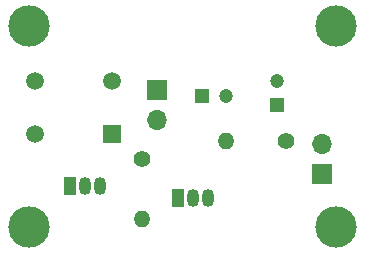
<source format=gbr>
%TF.GenerationSoftware,KiCad,Pcbnew,(5.1.12)-1*%
%TF.CreationDate,2023-08-26T19:38:22+05:30*%
%TF.ProjectId,BURGLAR  ALARAM,42555247-4c41-4522-9020-414c4152414d,rev?*%
%TF.SameCoordinates,Original*%
%TF.FileFunction,Copper,L1,Top*%
%TF.FilePolarity,Positive*%
%FSLAX46Y46*%
G04 Gerber Fmt 4.6, Leading zero omitted, Abs format (unit mm)*
G04 Created by KiCad (PCBNEW (5.1.12)-1) date 2023-08-26 19:38:22*
%MOMM*%
%LPD*%
G01*
G04 APERTURE LIST*
%TA.AperFunction,ComponentPad*%
%ADD10O,1.700000X1.700000*%
%TD*%
%TA.AperFunction,ComponentPad*%
%ADD11R,1.700000X1.700000*%
%TD*%
%TA.AperFunction,ComponentPad*%
%ADD12C,1.498000*%
%TD*%
%TA.AperFunction,ComponentPad*%
%ADD13R,1.498000X1.498000*%
%TD*%
%TA.AperFunction,ComponentPad*%
%ADD14O,1.400000X1.400000*%
%TD*%
%TA.AperFunction,ComponentPad*%
%ADD15C,1.400000*%
%TD*%
%TA.AperFunction,ComponentPad*%
%ADD16R,1.050000X1.500000*%
%TD*%
%TA.AperFunction,ComponentPad*%
%ADD17O,1.050000X1.500000*%
%TD*%
%TA.AperFunction,ComponentPad*%
%ADD18C,1.200000*%
%TD*%
%TA.AperFunction,ComponentPad*%
%ADD19R,1.200000X1.200000*%
%TD*%
%TA.AperFunction,ViaPad*%
%ADD20C,3.500000*%
%TD*%
G04 APERTURE END LIST*
D10*
%TO.P,SP1,2*%
%TO.N,Earth*%
X131826000Y-71882000D03*
D11*
%TO.P,SP1,1*%
%TO.N,Net-(C1-Pad1)*%
X131826000Y-69342000D03*
%TD*%
D12*
%TO.P,S1,4*%
%TO.N,Net-(C1-Pad2)*%
X121464000Y-68616000D03*
%TO.P,S1,2*%
%TO.N,Earth*%
X127964000Y-68616000D03*
%TO.P,S1,3*%
%TO.N,Net-(C1-Pad2)*%
X121464000Y-73116000D03*
D13*
%TO.P,S1,1*%
%TO.N,Earth*%
X127964000Y-73116000D03*
%TD*%
D14*
%TO.P,R2,2*%
%TO.N,Net-(Q1-Pad3)*%
X130556000Y-80264000D03*
D15*
%TO.P,R2,1*%
%TO.N,Earth*%
X130556000Y-75184000D03*
%TD*%
D14*
%TO.P,R1,2*%
%TO.N,Net-(C1-Pad2)*%
X137668000Y-73660000D03*
D15*
%TO.P,R1,1*%
%TO.N,Net-(3V1-Pad1)*%
X142748000Y-73660000D03*
%TD*%
D16*
%TO.P,Q2,1*%
%TO.N,Net-(C1-Pad1)*%
X133604000Y-78486000D03*
D17*
%TO.P,Q2,3*%
%TO.N,Net-(3V1-Pad1)*%
X136144000Y-78486000D03*
%TO.P,Q2,2*%
%TO.N,Net-(Q1-Pad1)*%
X134874000Y-78486000D03*
%TD*%
D16*
%TO.P,Q1,1*%
%TO.N,Net-(Q1-Pad1)*%
X124460000Y-77470000D03*
D17*
%TO.P,Q1,3*%
%TO.N,Net-(Q1-Pad3)*%
X127000000Y-77470000D03*
%TO.P,Q1,2*%
%TO.N,Net-(C1-Pad2)*%
X125730000Y-77470000D03*
%TD*%
D18*
%TO.P,C2,2*%
%TO.N,Earth*%
X141986000Y-68612000D03*
D19*
%TO.P,C2,1*%
%TO.N,Net-(3V1-Pad1)*%
X141986000Y-70612000D03*
%TD*%
D18*
%TO.P,C1,2*%
%TO.N,Net-(C1-Pad2)*%
X137636000Y-69850000D03*
D19*
%TO.P,C1,1*%
%TO.N,Net-(C1-Pad1)*%
X135636000Y-69850000D03*
%TD*%
D10*
%TO.P,3V1,2*%
%TO.N,Earth*%
X145796000Y-73914000D03*
D11*
%TO.P,3V1,1*%
%TO.N,Net-(3V1-Pad1)*%
X145796000Y-76454000D03*
%TD*%
D20*
%TO.N,*%
X121000000Y-64000000D03*
X147000000Y-64000000D03*
X147000000Y-81000000D03*
X121000000Y-81000000D03*
%TD*%
M02*

</source>
